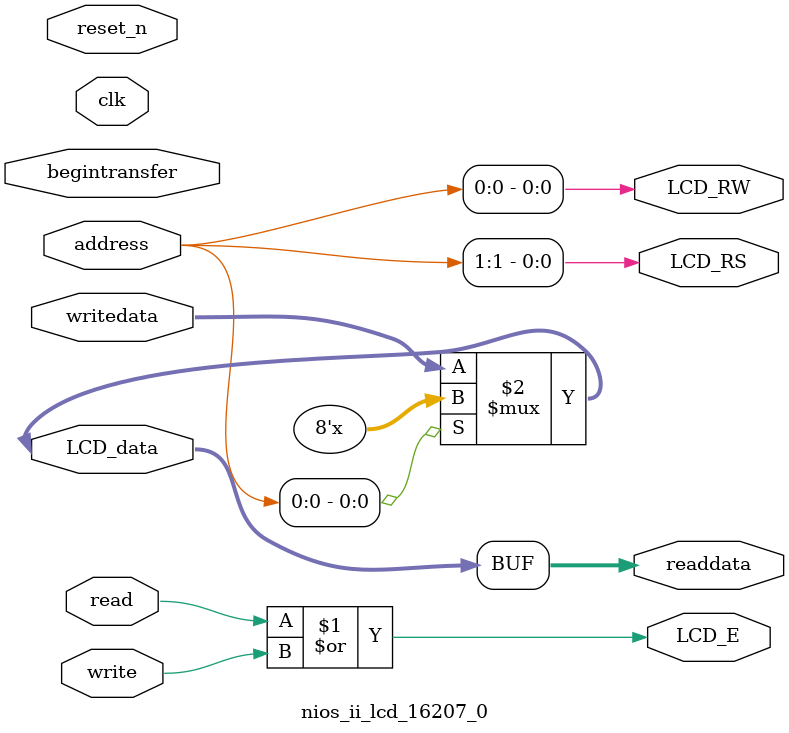
<source format=v>

`timescale 1ns / 1ps
// synthesis translate_on

// turn off superfluous verilog processor warnings 
// altera message_level Level1 
// altera message_off 10034 10035 10036 10037 10230 10240 10030 

module nios_ii_lcd_16207_0 (
                             // inputs:
                              address,
                              begintransfer,
                              clk,
                              read,
                              reset_n,
                              write,
                              writedata,

                             // outputs:
                              LCD_E,
                              LCD_RS,
                              LCD_RW,
                              LCD_data,
                              readdata
                           )
;

  output           LCD_E;
  output           LCD_RS;
  output           LCD_RW;
  inout   [  7: 0] LCD_data;
  output  [  7: 0] readdata;
  input   [  1: 0] address;
  input            begintransfer;
  input            clk;
  input            read;
  input            reset_n;
  input            write;
  input   [  7: 0] writedata;

  wire             LCD_E;
  wire             LCD_RS;
  wire             LCD_RW;
  wire    [  7: 0] LCD_data;
  wire    [  7: 0] readdata;
  assign LCD_RW = address[0];
  assign LCD_RS = address[1];
  assign LCD_E = read | write;
  assign LCD_data = (address[0]) ? {8{1'bz}} : writedata;
  assign readdata = LCD_data;
  //control_slave, which is an e_avalon_slave

endmodule


</source>
